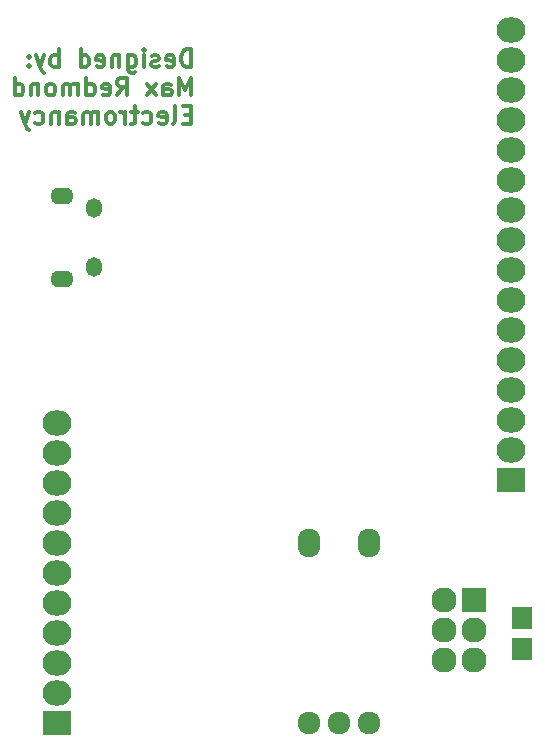
<source format=gbr>
G04 #@! TF.FileFunction,Soldermask,Bot*
%FSLAX46Y46*%
G04 Gerber Fmt 4.6, Leading zero omitted, Abs format (unit mm)*
G04 Created by KiCad (PCBNEW 0.201508140901+6091~28~ubuntu14.04.1-product) date Sat 27 Feb 2016 11:06:28 PM EST*
%MOMM*%
G01*
G04 APERTURE LIST*
%ADD10C,0.100000*%
%ADD11C,0.300000*%
%ADD12R,2.127200X2.127200*%
%ADD13O,2.127200X2.127200*%
%ADD14R,2.432000X2.127200*%
%ADD15O,2.432000X2.127200*%
%ADD16O,1.350000X1.650000*%
%ADD17O,1.950000X1.400000*%
%ADD18O,1.924000X2.432000*%
%ADD19C,1.924000*%
%ADD20R,1.700000X1.900000*%
G04 APERTURE END LIST*
D10*
D11*
X30884857Y-23932571D02*
X30884857Y-22432571D01*
X30527714Y-22432571D01*
X30313429Y-22504000D01*
X30170571Y-22646857D01*
X30099143Y-22789714D01*
X30027714Y-23075429D01*
X30027714Y-23289714D01*
X30099143Y-23575429D01*
X30170571Y-23718286D01*
X30313429Y-23861143D01*
X30527714Y-23932571D01*
X30884857Y-23932571D01*
X28813429Y-23861143D02*
X28956286Y-23932571D01*
X29242000Y-23932571D01*
X29384857Y-23861143D01*
X29456286Y-23718286D01*
X29456286Y-23146857D01*
X29384857Y-23004000D01*
X29242000Y-22932571D01*
X28956286Y-22932571D01*
X28813429Y-23004000D01*
X28742000Y-23146857D01*
X28742000Y-23289714D01*
X29456286Y-23432571D01*
X28170572Y-23861143D02*
X28027715Y-23932571D01*
X27742000Y-23932571D01*
X27599143Y-23861143D01*
X27527715Y-23718286D01*
X27527715Y-23646857D01*
X27599143Y-23504000D01*
X27742000Y-23432571D01*
X27956286Y-23432571D01*
X28099143Y-23361143D01*
X28170572Y-23218286D01*
X28170572Y-23146857D01*
X28099143Y-23004000D01*
X27956286Y-22932571D01*
X27742000Y-22932571D01*
X27599143Y-23004000D01*
X26884857Y-23932571D02*
X26884857Y-22932571D01*
X26884857Y-22432571D02*
X26956286Y-22504000D01*
X26884857Y-22575429D01*
X26813429Y-22504000D01*
X26884857Y-22432571D01*
X26884857Y-22575429D01*
X25527714Y-22932571D02*
X25527714Y-24146857D01*
X25599143Y-24289714D01*
X25670571Y-24361143D01*
X25813428Y-24432571D01*
X26027714Y-24432571D01*
X26170571Y-24361143D01*
X25527714Y-23861143D02*
X25670571Y-23932571D01*
X25956285Y-23932571D01*
X26099143Y-23861143D01*
X26170571Y-23789714D01*
X26242000Y-23646857D01*
X26242000Y-23218286D01*
X26170571Y-23075429D01*
X26099143Y-23004000D01*
X25956285Y-22932571D01*
X25670571Y-22932571D01*
X25527714Y-23004000D01*
X24813428Y-22932571D02*
X24813428Y-23932571D01*
X24813428Y-23075429D02*
X24742000Y-23004000D01*
X24599142Y-22932571D01*
X24384857Y-22932571D01*
X24242000Y-23004000D01*
X24170571Y-23146857D01*
X24170571Y-23932571D01*
X22884857Y-23861143D02*
X23027714Y-23932571D01*
X23313428Y-23932571D01*
X23456285Y-23861143D01*
X23527714Y-23718286D01*
X23527714Y-23146857D01*
X23456285Y-23004000D01*
X23313428Y-22932571D01*
X23027714Y-22932571D01*
X22884857Y-23004000D01*
X22813428Y-23146857D01*
X22813428Y-23289714D01*
X23527714Y-23432571D01*
X21527714Y-23932571D02*
X21527714Y-22432571D01*
X21527714Y-23861143D02*
X21670571Y-23932571D01*
X21956285Y-23932571D01*
X22099143Y-23861143D01*
X22170571Y-23789714D01*
X22242000Y-23646857D01*
X22242000Y-23218286D01*
X22170571Y-23075429D01*
X22099143Y-23004000D01*
X21956285Y-22932571D01*
X21670571Y-22932571D01*
X21527714Y-23004000D01*
X19670571Y-23932571D02*
X19670571Y-22432571D01*
X19670571Y-23004000D02*
X19527714Y-22932571D01*
X19242000Y-22932571D01*
X19099143Y-23004000D01*
X19027714Y-23075429D01*
X18956285Y-23218286D01*
X18956285Y-23646857D01*
X19027714Y-23789714D01*
X19099143Y-23861143D01*
X19242000Y-23932571D01*
X19527714Y-23932571D01*
X19670571Y-23861143D01*
X18456285Y-22932571D02*
X18099142Y-23932571D01*
X17742000Y-22932571D02*
X18099142Y-23932571D01*
X18242000Y-24289714D01*
X18313428Y-24361143D01*
X18456285Y-24432571D01*
X17170571Y-23789714D02*
X17099143Y-23861143D01*
X17170571Y-23932571D01*
X17242000Y-23861143D01*
X17170571Y-23789714D01*
X17170571Y-23932571D01*
X17170571Y-23004000D02*
X17099143Y-23075429D01*
X17170571Y-23146857D01*
X17242000Y-23075429D01*
X17170571Y-23004000D01*
X17170571Y-23146857D01*
X30884857Y-26332571D02*
X30884857Y-24832571D01*
X30384857Y-25904000D01*
X29884857Y-24832571D01*
X29884857Y-26332571D01*
X28527714Y-26332571D02*
X28527714Y-25546857D01*
X28599143Y-25404000D01*
X28742000Y-25332571D01*
X29027714Y-25332571D01*
X29170571Y-25404000D01*
X28527714Y-26261143D02*
X28670571Y-26332571D01*
X29027714Y-26332571D01*
X29170571Y-26261143D01*
X29242000Y-26118286D01*
X29242000Y-25975429D01*
X29170571Y-25832571D01*
X29027714Y-25761143D01*
X28670571Y-25761143D01*
X28527714Y-25689714D01*
X27956285Y-26332571D02*
X27170571Y-25332571D01*
X27956285Y-25332571D02*
X27170571Y-26332571D01*
X24599142Y-26332571D02*
X25099142Y-25618286D01*
X25456285Y-26332571D02*
X25456285Y-24832571D01*
X24884857Y-24832571D01*
X24741999Y-24904000D01*
X24670571Y-24975429D01*
X24599142Y-25118286D01*
X24599142Y-25332571D01*
X24670571Y-25475429D01*
X24741999Y-25546857D01*
X24884857Y-25618286D01*
X25456285Y-25618286D01*
X23384857Y-26261143D02*
X23527714Y-26332571D01*
X23813428Y-26332571D01*
X23956285Y-26261143D01*
X24027714Y-26118286D01*
X24027714Y-25546857D01*
X23956285Y-25404000D01*
X23813428Y-25332571D01*
X23527714Y-25332571D01*
X23384857Y-25404000D01*
X23313428Y-25546857D01*
X23313428Y-25689714D01*
X24027714Y-25832571D01*
X22027714Y-26332571D02*
X22027714Y-24832571D01*
X22027714Y-26261143D02*
X22170571Y-26332571D01*
X22456285Y-26332571D01*
X22599143Y-26261143D01*
X22670571Y-26189714D01*
X22742000Y-26046857D01*
X22742000Y-25618286D01*
X22670571Y-25475429D01*
X22599143Y-25404000D01*
X22456285Y-25332571D01*
X22170571Y-25332571D01*
X22027714Y-25404000D01*
X21313428Y-26332571D02*
X21313428Y-25332571D01*
X21313428Y-25475429D02*
X21242000Y-25404000D01*
X21099142Y-25332571D01*
X20884857Y-25332571D01*
X20742000Y-25404000D01*
X20670571Y-25546857D01*
X20670571Y-26332571D01*
X20670571Y-25546857D02*
X20599142Y-25404000D01*
X20456285Y-25332571D01*
X20242000Y-25332571D01*
X20099142Y-25404000D01*
X20027714Y-25546857D01*
X20027714Y-26332571D01*
X19099142Y-26332571D02*
X19242000Y-26261143D01*
X19313428Y-26189714D01*
X19384857Y-26046857D01*
X19384857Y-25618286D01*
X19313428Y-25475429D01*
X19242000Y-25404000D01*
X19099142Y-25332571D01*
X18884857Y-25332571D01*
X18742000Y-25404000D01*
X18670571Y-25475429D01*
X18599142Y-25618286D01*
X18599142Y-26046857D01*
X18670571Y-26189714D01*
X18742000Y-26261143D01*
X18884857Y-26332571D01*
X19099142Y-26332571D01*
X17956285Y-25332571D02*
X17956285Y-26332571D01*
X17956285Y-25475429D02*
X17884857Y-25404000D01*
X17741999Y-25332571D01*
X17527714Y-25332571D01*
X17384857Y-25404000D01*
X17313428Y-25546857D01*
X17313428Y-26332571D01*
X15956285Y-26332571D02*
X15956285Y-24832571D01*
X15956285Y-26261143D02*
X16099142Y-26332571D01*
X16384856Y-26332571D01*
X16527714Y-26261143D01*
X16599142Y-26189714D01*
X16670571Y-26046857D01*
X16670571Y-25618286D01*
X16599142Y-25475429D01*
X16527714Y-25404000D01*
X16384856Y-25332571D01*
X16099142Y-25332571D01*
X15956285Y-25404000D01*
X30884857Y-27946857D02*
X30384857Y-27946857D01*
X30170571Y-28732571D02*
X30884857Y-28732571D01*
X30884857Y-27232571D01*
X30170571Y-27232571D01*
X29313428Y-28732571D02*
X29456286Y-28661143D01*
X29527714Y-28518286D01*
X29527714Y-27232571D01*
X28170572Y-28661143D02*
X28313429Y-28732571D01*
X28599143Y-28732571D01*
X28742000Y-28661143D01*
X28813429Y-28518286D01*
X28813429Y-27946857D01*
X28742000Y-27804000D01*
X28599143Y-27732571D01*
X28313429Y-27732571D01*
X28170572Y-27804000D01*
X28099143Y-27946857D01*
X28099143Y-28089714D01*
X28813429Y-28232571D01*
X26813429Y-28661143D02*
X26956286Y-28732571D01*
X27242000Y-28732571D01*
X27384858Y-28661143D01*
X27456286Y-28589714D01*
X27527715Y-28446857D01*
X27527715Y-28018286D01*
X27456286Y-27875429D01*
X27384858Y-27804000D01*
X27242000Y-27732571D01*
X26956286Y-27732571D01*
X26813429Y-27804000D01*
X26384858Y-27732571D02*
X25813429Y-27732571D01*
X26170572Y-27232571D02*
X26170572Y-28518286D01*
X26099144Y-28661143D01*
X25956286Y-28732571D01*
X25813429Y-28732571D01*
X25313429Y-28732571D02*
X25313429Y-27732571D01*
X25313429Y-28018286D02*
X25242001Y-27875429D01*
X25170572Y-27804000D01*
X25027715Y-27732571D01*
X24884858Y-27732571D01*
X24170572Y-28732571D02*
X24313430Y-28661143D01*
X24384858Y-28589714D01*
X24456287Y-28446857D01*
X24456287Y-28018286D01*
X24384858Y-27875429D01*
X24313430Y-27804000D01*
X24170572Y-27732571D01*
X23956287Y-27732571D01*
X23813430Y-27804000D01*
X23742001Y-27875429D01*
X23670572Y-28018286D01*
X23670572Y-28446857D01*
X23742001Y-28589714D01*
X23813430Y-28661143D01*
X23956287Y-28732571D01*
X24170572Y-28732571D01*
X23027715Y-28732571D02*
X23027715Y-27732571D01*
X23027715Y-27875429D02*
X22956287Y-27804000D01*
X22813429Y-27732571D01*
X22599144Y-27732571D01*
X22456287Y-27804000D01*
X22384858Y-27946857D01*
X22384858Y-28732571D01*
X22384858Y-27946857D02*
X22313429Y-27804000D01*
X22170572Y-27732571D01*
X21956287Y-27732571D01*
X21813429Y-27804000D01*
X21742001Y-27946857D01*
X21742001Y-28732571D01*
X20384858Y-28732571D02*
X20384858Y-27946857D01*
X20456287Y-27804000D01*
X20599144Y-27732571D01*
X20884858Y-27732571D01*
X21027715Y-27804000D01*
X20384858Y-28661143D02*
X20527715Y-28732571D01*
X20884858Y-28732571D01*
X21027715Y-28661143D01*
X21099144Y-28518286D01*
X21099144Y-28375429D01*
X21027715Y-28232571D01*
X20884858Y-28161143D01*
X20527715Y-28161143D01*
X20384858Y-28089714D01*
X19670572Y-27732571D02*
X19670572Y-28732571D01*
X19670572Y-27875429D02*
X19599144Y-27804000D01*
X19456286Y-27732571D01*
X19242001Y-27732571D01*
X19099144Y-27804000D01*
X19027715Y-27946857D01*
X19027715Y-28732571D01*
X17670572Y-28661143D02*
X17813429Y-28732571D01*
X18099143Y-28732571D01*
X18242001Y-28661143D01*
X18313429Y-28589714D01*
X18384858Y-28446857D01*
X18384858Y-28018286D01*
X18313429Y-27875429D01*
X18242001Y-27804000D01*
X18099143Y-27732571D01*
X17813429Y-27732571D01*
X17670572Y-27804000D01*
X17170572Y-27732571D02*
X16813429Y-28732571D01*
X16456287Y-27732571D02*
X16813429Y-28732571D01*
X16956287Y-29089714D01*
X17027715Y-29161143D01*
X17170572Y-29232571D01*
D12*
X54864000Y-69088000D03*
D13*
X52324000Y-69088000D03*
X54864000Y-71628000D03*
X52324000Y-71628000D03*
X54864000Y-74168000D03*
X52324000Y-74168000D03*
D14*
X19558000Y-79502000D03*
D15*
X19558000Y-76962000D03*
X19558000Y-74422000D03*
X19558000Y-71882000D03*
X19558000Y-69342000D03*
X19558000Y-66802000D03*
X19558000Y-64262000D03*
X19558000Y-61722000D03*
X19558000Y-59182000D03*
X19558000Y-56642000D03*
X19558000Y-54102000D03*
D16*
X22644540Y-35853100D03*
X22644540Y-40853100D03*
D17*
X19944540Y-34853100D03*
X19944540Y-41853100D03*
D18*
X40894000Y-64262000D03*
X45974000Y-64262000D03*
D19*
X40894000Y-79502000D03*
X43434000Y-79502000D03*
X45974000Y-79502000D03*
D20*
X58928000Y-73232000D03*
X58928000Y-70532000D03*
D14*
X57962800Y-58928000D03*
D15*
X57962800Y-56388000D03*
X57962800Y-53848000D03*
X57962800Y-51308000D03*
X57962800Y-48768000D03*
X57962800Y-46228000D03*
X57962800Y-43688000D03*
X57962800Y-41148000D03*
X57962800Y-38608000D03*
X57962800Y-36068000D03*
X57962800Y-33528000D03*
X57962800Y-30988000D03*
X57962800Y-28448000D03*
X57962800Y-25908000D03*
X57962800Y-23368000D03*
X57962800Y-20828000D03*
M02*

</source>
